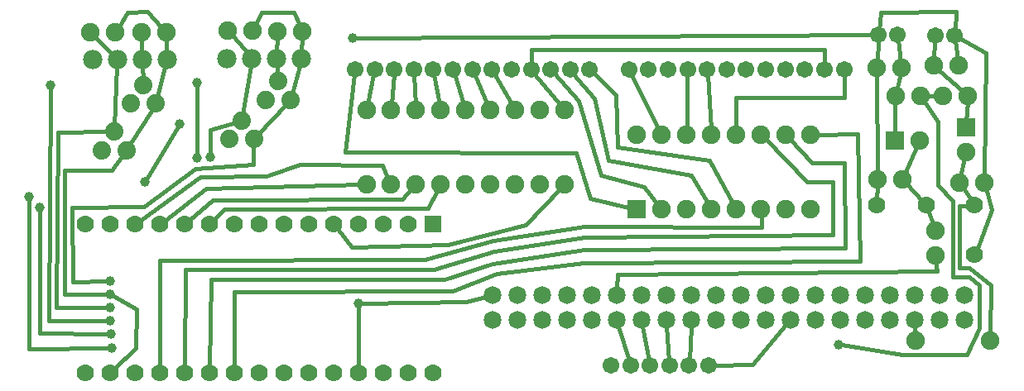
<source format=gbl>
G04 MADE WITH FRITZING*
G04 WWW.FRITZING.ORG*
G04 DOUBLE SIDED*
G04 HOLES PLATED*
G04 CONTOUR ON CENTER OF CONTOUR VECTOR*
%ASAXBY*%
%FSLAX23Y23*%
%MOIN*%
%OFA0B0*%
%SFA1.0B1.0*%
%ADD10C,0.070000*%
%ADD11C,0.071889*%
%ADD12C,0.071917*%
%ADD13C,0.075000*%
%ADD14C,0.067559*%
%ADD15C,0.078000*%
%ADD16C,0.039370*%
%ADD17C,0.074000*%
%ADD18R,0.070000X0.069972*%
%ADD19R,0.075000X0.075000*%
%ADD20C,0.016000*%
%LNCOPPER0*%
G90*
G70*
G54D10*
X1665Y653D03*
X1565Y653D03*
X1465Y653D03*
X1365Y653D03*
X1265Y653D03*
X1165Y653D03*
X1065Y653D03*
X965Y653D03*
X865Y653D03*
X765Y653D03*
X665Y653D03*
X565Y653D03*
X465Y653D03*
X365Y653D03*
X265Y653D03*
X1665Y53D03*
X1565Y53D03*
X1465Y53D03*
X1365Y53D03*
X1265Y53D03*
X1165Y53D03*
X1065Y53D03*
X965Y53D03*
X865Y53D03*
X765Y53D03*
X665Y53D03*
X565Y53D03*
X465Y53D03*
X365Y53D03*
X265Y53D03*
G54D11*
X1904Y268D03*
X2004Y268D03*
X2104Y268D03*
X2204Y268D03*
G54D12*
X2304Y268D03*
G54D11*
X2404Y268D03*
X2504Y268D03*
X2604Y268D03*
X2704Y268D03*
G54D12*
X2804Y268D03*
G54D11*
X2904Y268D03*
G54D12*
X3004Y268D03*
G54D11*
X3104Y268D03*
X3204Y268D03*
X3304Y268D03*
X3404Y268D03*
G54D12*
X3504Y268D03*
G54D11*
X3604Y268D03*
X3704Y268D03*
X3804Y268D03*
X3804Y368D03*
X3704Y368D03*
X3604Y368D03*
G54D12*
X3504Y368D03*
G54D11*
X3404Y368D03*
X3304Y368D03*
X3204Y368D03*
X3104Y368D03*
G54D12*
X3004Y368D03*
G54D11*
X2904Y368D03*
G54D12*
X2804Y368D03*
G54D11*
X2704Y368D03*
X2604Y368D03*
X2504Y368D03*
X2404Y368D03*
G54D12*
X2304Y368D03*
G54D11*
X2204Y368D03*
X2104Y368D03*
X2004Y368D03*
X1904Y368D03*
G54D13*
X1398Y814D03*
X1398Y1114D03*
X1495Y814D03*
X1495Y1114D03*
X1595Y814D03*
X1595Y1114D03*
X1695Y814D03*
X1695Y1114D03*
X1795Y814D03*
X1795Y1114D03*
X1895Y814D03*
X1895Y1114D03*
X1995Y814D03*
X1995Y1114D03*
X2095Y814D03*
X2095Y1114D03*
X2195Y814D03*
X2195Y1114D03*
X1139Y1431D03*
X1039Y1431D03*
X937Y1434D03*
X837Y1434D03*
X285Y1427D03*
X385Y1427D03*
X490Y1427D03*
X590Y1427D03*
G54D14*
X2296Y1277D03*
X2217Y1277D03*
X2138Y1277D03*
X2060Y1277D03*
X1981Y1277D03*
X1902Y1277D03*
X1823Y1277D03*
X1745Y1277D03*
X1666Y1277D03*
X1587Y1277D03*
X1509Y1277D03*
X1430Y1277D03*
X1351Y1277D03*
X2453Y1277D03*
X2532Y1277D03*
X2611Y1277D03*
X2690Y1277D03*
X2768Y1277D03*
X2847Y1277D03*
X2926Y1277D03*
X3005Y1277D03*
X3083Y1277D03*
X3162Y1277D03*
X3241Y1277D03*
X3320Y1277D03*
X2381Y84D03*
X2460Y84D03*
X2538Y84D03*
X2617Y84D03*
X2696Y84D03*
X2775Y84D03*
X3536Y1416D03*
X3458Y1416D03*
X3687Y1414D03*
X3766Y1414D03*
G54D15*
X1135Y1321D03*
X1035Y1321D03*
X935Y1321D03*
X835Y1321D03*
X593Y1318D03*
X493Y1318D03*
X393Y1318D03*
X293Y1318D03*
G54D13*
X3687Y626D03*
X3687Y526D03*
X3908Y184D03*
X3608Y184D03*
X3456Y835D03*
X3556Y835D03*
X3785Y822D03*
X3885Y822D03*
G54D10*
X3450Y731D03*
X3650Y731D03*
X3846Y529D03*
X3846Y729D03*
G54D13*
X3523Y991D03*
X3623Y991D03*
X3811Y1045D03*
X3811Y945D03*
X2486Y713D03*
X2486Y1013D03*
X2586Y713D03*
X2586Y1013D03*
X2686Y713D03*
X2686Y1013D03*
X2786Y713D03*
X2786Y1013D03*
X2886Y713D03*
X2886Y1013D03*
X2986Y713D03*
X2986Y1013D03*
X3086Y713D03*
X3086Y1013D03*
X3186Y713D03*
X3186Y1013D03*
G54D16*
X3297Y168D03*
G54D13*
X3552Y1283D03*
X3452Y1283D03*
X3680Y1293D03*
X3780Y1293D03*
X3627Y1169D03*
X3527Y1169D03*
X3719Y1171D03*
X3819Y1171D03*
G54D17*
X449Y1139D03*
X499Y1214D03*
X549Y1139D03*
X330Y952D03*
X380Y1027D03*
X430Y952D03*
X991Y1155D03*
X1041Y1230D03*
X1091Y1155D03*
X843Y996D03*
X893Y1071D03*
X943Y996D03*
G54D16*
X1341Y1405D03*
X366Y370D03*
X363Y424D03*
X1365Y333D03*
X366Y317D03*
X366Y264D03*
X371Y154D03*
X369Y210D03*
X123Y1214D03*
X81Y720D03*
X767Y924D03*
X39Y765D03*
X716Y922D03*
X716Y1225D03*
X646Y1056D03*
X506Y823D03*
G54D18*
X1665Y653D03*
G54D19*
X3523Y991D03*
X3811Y1045D03*
X2486Y713D03*
G54D20*
X2270Y497D02*
X1920Y454D01*
D02*
X3373Y1018D02*
X3383Y505D01*
D02*
X3383Y505D02*
X2270Y497D01*
D02*
X3210Y1014D02*
X3373Y1018D01*
D02*
X2273Y549D02*
X1904Y493D01*
D02*
X3321Y900D02*
X3323Y558D01*
D02*
X3190Y900D02*
X3321Y900D01*
D02*
X3323Y558D02*
X2273Y549D01*
D02*
X3102Y996D02*
X3190Y900D01*
D02*
X2275Y599D02*
X1912Y544D01*
D02*
X3273Y824D02*
X3273Y610D01*
D02*
X3172Y824D02*
X3273Y824D01*
D02*
X3273Y610D02*
X2275Y599D01*
D02*
X3003Y997D02*
X3172Y824D01*
D02*
X564Y507D02*
X565Y77D01*
D02*
X2275Y643D02*
X1907Y588D01*
D02*
X2988Y640D02*
X2275Y643D01*
D02*
X2987Y690D02*
X2988Y640D01*
D02*
X3806Y922D02*
X3789Y845D01*
D02*
X3526Y1146D02*
X3524Y1014D01*
D02*
X3614Y970D02*
X3565Y856D01*
D02*
X3572Y817D02*
X3636Y746D01*
D02*
X3657Y711D02*
X3680Y648D01*
D02*
X3797Y803D02*
X3834Y746D01*
D02*
X3911Y406D02*
X3908Y207D01*
D02*
X3825Y728D02*
X3785Y727D01*
D02*
X2060Y1297D02*
X2060Y1356D01*
D02*
X3241Y1356D02*
X3241Y1297D01*
D02*
X2060Y1356D02*
X3241Y1356D01*
D02*
X1788Y1136D02*
X1750Y1259D01*
D02*
X2180Y1131D02*
X2072Y1262D01*
D02*
X1912Y1261D02*
X1984Y1134D01*
D02*
X1886Y1135D02*
X1831Y1260D01*
D02*
X1669Y1258D02*
X1691Y1136D01*
D02*
X1588Y1258D02*
X1594Y1137D01*
D02*
X1507Y1258D02*
X1497Y1137D01*
D02*
X1426Y1258D02*
X1402Y1136D01*
D02*
X2576Y1034D02*
X2462Y1260D01*
D02*
X2687Y1036D02*
X2689Y1258D01*
D02*
X2785Y1036D02*
X2770Y1258D01*
D02*
X3321Y1164D02*
X2886Y1164D01*
D02*
X3320Y1258D02*
X3321Y1164D01*
D02*
X2886Y1164D02*
X2886Y1036D01*
D02*
X2777Y911D02*
X2875Y733D01*
D02*
X2407Y965D02*
X2777Y911D01*
D02*
X2310Y1264D02*
X2402Y1175D01*
D02*
X2402Y1175D02*
X2407Y965D01*
D02*
X2314Y1159D02*
X2229Y1262D01*
D02*
X2371Y911D02*
X2314Y1159D01*
D02*
X2705Y851D02*
X2371Y911D01*
D02*
X2775Y733D02*
X2705Y851D01*
D02*
X2252Y1151D02*
X2151Y1263D01*
D02*
X2342Y851D02*
X2252Y1151D01*
D02*
X2513Y804D02*
X2342Y851D01*
D02*
X2572Y731D02*
X2513Y804D01*
D02*
X2298Y758D02*
X2241Y942D01*
D02*
X2241Y942D02*
X1312Y944D01*
D02*
X1312Y944D02*
X1349Y1258D01*
D02*
X2464Y718D02*
X2298Y758D01*
D02*
X3460Y1435D02*
X3468Y1508D01*
D02*
X3771Y1511D02*
X3767Y1433D01*
D02*
X3468Y1508D02*
X3771Y1511D01*
D02*
X3891Y800D02*
X3916Y711D01*
D02*
X2950Y88D02*
X2794Y84D01*
D02*
X3086Y247D02*
X2950Y88D01*
D02*
X2703Y241D02*
X2697Y103D01*
D02*
X2606Y241D02*
X2616Y103D01*
D02*
X2509Y241D02*
X2535Y103D01*
D02*
X2412Y242D02*
X2454Y103D01*
D02*
X3455Y812D02*
X3451Y751D01*
D02*
X3607Y207D02*
X3605Y241D01*
D02*
X3693Y464D02*
X2408Y450D01*
D02*
X3689Y503D02*
X3693Y464D01*
D02*
X2408Y450D02*
X2406Y396D01*
D02*
X3457Y1397D02*
X3453Y1306D01*
D02*
X3549Y1306D02*
X3539Y1397D01*
D02*
X3452Y1260D02*
X3456Y858D01*
D02*
X3681Y1316D02*
X3686Y1394D01*
D02*
X3768Y1394D02*
X3777Y1316D01*
D02*
X3783Y1404D02*
X3891Y1345D01*
D02*
X3891Y1345D02*
X3885Y845D01*
D02*
X3547Y1260D02*
X3532Y1191D01*
D02*
X3650Y1170D02*
X3696Y1171D01*
D02*
X3802Y1187D02*
X3697Y1278D01*
D02*
X3818Y1148D02*
X3812Y1068D01*
D02*
X3814Y127D02*
X3863Y234D01*
D02*
X3824Y440D02*
X3759Y440D01*
D02*
X3757Y747D02*
X3697Y809D01*
D02*
X3555Y127D02*
X3814Y127D01*
D02*
X3311Y166D02*
X3555Y127D01*
D02*
X3697Y1068D02*
X3640Y1150D01*
D02*
X866Y382D02*
X865Y77D01*
D02*
X770Y430D02*
X766Y77D01*
D02*
X667Y469D02*
X665Y77D01*
D02*
X750Y796D02*
X584Y668D01*
D02*
X1375Y813D02*
X750Y796D01*
D02*
X1743Y385D02*
X866Y382D01*
D02*
X1540Y755D02*
X778Y752D01*
D02*
X778Y752D02*
X683Y669D01*
D02*
X1579Y797D02*
X1540Y755D01*
D02*
X1711Y432D02*
X770Y430D01*
D02*
X1667Y472D02*
X667Y469D01*
D02*
X1632Y512D02*
X564Y507D01*
D02*
X1645Y718D02*
X826Y715D01*
D02*
X826Y715D02*
X782Y670D01*
D02*
X1685Y793D02*
X1645Y718D01*
D02*
X994Y847D02*
X1129Y895D01*
D02*
X1129Y895D02*
X1460Y890D01*
D02*
X728Y843D02*
X994Y847D01*
D02*
X484Y667D02*
X728Y843D01*
D02*
X1460Y890D02*
X1486Y834D01*
D02*
X1920Y454D02*
X1743Y385D01*
D02*
X1904Y493D02*
X1711Y432D01*
D02*
X1912Y544D02*
X1667Y472D01*
D02*
X1907Y588D02*
X1632Y512D01*
D02*
X2037Y652D02*
X2179Y797D01*
D02*
X1725Y570D02*
X2037Y652D01*
D02*
X1339Y562D02*
X1725Y570D01*
D02*
X1280Y635D02*
X1339Y562D01*
D02*
X1355Y1405D02*
X3438Y1416D01*
D02*
X853Y1418D02*
X886Y1384D01*
D02*
X886Y1384D02*
X920Y1341D01*
D02*
X1036Y1346D02*
X1038Y1408D01*
D02*
X1136Y1346D02*
X1138Y1408D01*
D02*
X3759Y440D02*
X3757Y747D01*
D02*
X3786Y476D02*
X3824Y476D01*
D02*
X3824Y476D02*
X3911Y406D01*
D02*
X3866Y406D02*
X3824Y440D01*
D02*
X469Y154D02*
X470Y309D01*
D02*
X382Y70D02*
X469Y154D01*
D02*
X470Y309D02*
X378Y364D01*
D02*
X1365Y77D02*
X1365Y319D01*
D02*
X372Y1339D02*
X305Y1407D01*
D02*
X492Y1348D02*
X491Y1398D01*
D02*
X592Y1348D02*
X591Y1398D01*
D02*
X516Y1510D02*
X433Y1507D01*
D02*
X571Y1448D02*
X516Y1510D01*
D02*
X433Y1507D02*
X400Y1452D01*
D02*
X495Y1287D02*
X497Y1241D01*
D02*
X392Y1293D02*
X381Y1048D01*
D02*
X555Y1166D02*
X586Y1288D01*
D02*
X442Y970D02*
X537Y1121D01*
D02*
X1104Y1507D02*
X974Y1507D01*
D02*
X974Y1507D02*
X950Y1460D01*
D02*
X1127Y1457D02*
X1104Y1507D01*
D02*
X1098Y1181D02*
X1127Y1292D01*
D02*
X1039Y1257D02*
X1037Y1291D01*
D02*
X961Y1016D02*
X1072Y1135D01*
D02*
X897Y1098D02*
X930Y1291D01*
D02*
X149Y317D02*
X353Y317D01*
D02*
X359Y1026D02*
X154Y1024D01*
D02*
X154Y1024D02*
X149Y317D01*
D02*
X180Y872D02*
X372Y870D01*
D02*
X181Y370D02*
X180Y872D01*
D02*
X372Y870D02*
X415Y929D01*
D02*
X353Y370D02*
X181Y370D01*
D02*
X501Y725D02*
X709Y878D01*
D02*
X211Y720D02*
X501Y725D01*
D02*
X213Y422D02*
X211Y720D01*
D02*
X709Y878D02*
X942Y894D01*
D02*
X942Y894D02*
X942Y974D01*
D02*
X349Y424D02*
X213Y422D01*
D02*
X123Y1201D02*
X118Y264D01*
D02*
X118Y264D02*
X353Y264D01*
D02*
X768Y1033D02*
X872Y1065D01*
D02*
X767Y937D02*
X768Y1033D01*
D02*
X81Y213D02*
X81Y707D01*
D02*
X356Y210D02*
X81Y213D01*
D02*
X357Y154D02*
X39Y150D01*
D02*
X716Y936D02*
X716Y1212D01*
D02*
X39Y150D02*
X39Y751D01*
D02*
X636Y1040D02*
X516Y839D01*
D02*
X3863Y234D02*
X3866Y406D01*
D02*
X3916Y711D02*
X3853Y548D01*
D02*
X3785Y727D02*
X3786Y476D01*
D02*
X3697Y809D02*
X3697Y1068D01*
D02*
X1797Y340D02*
X1877Y361D01*
D02*
X1378Y333D02*
X1797Y340D01*
G04 End of Copper0*
M02*
</source>
